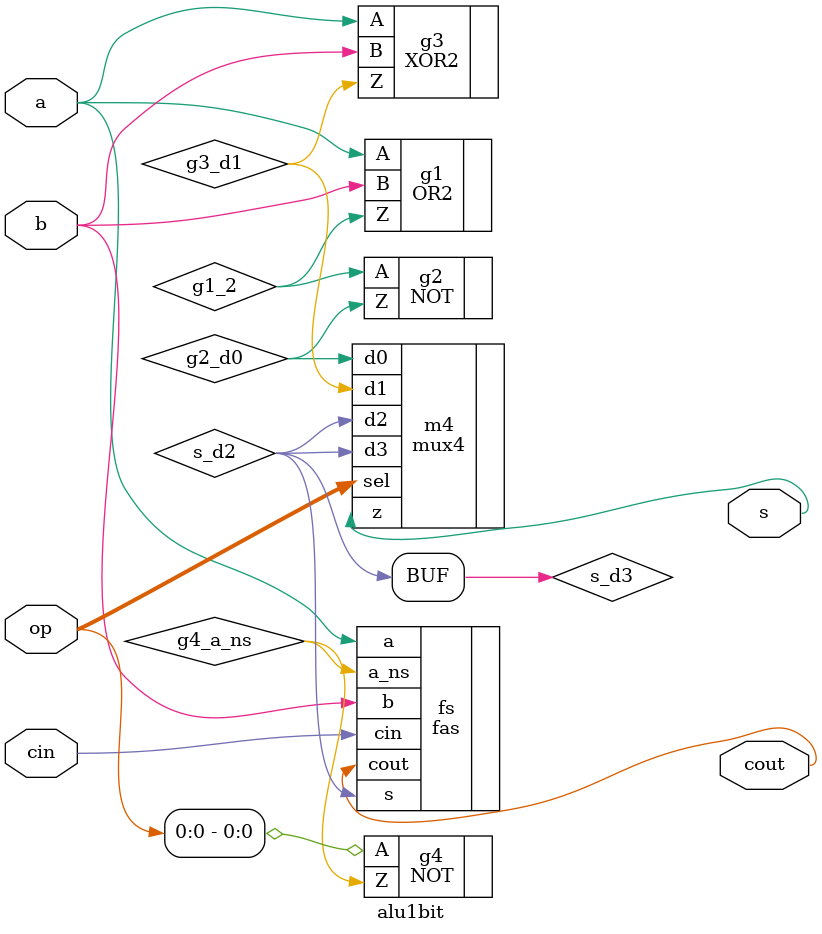
<source format=sv>
module alu1bit (
    input logic a,           // Input bit a
    input logic b,           // Input bit b
    input logic cin,         // Carry in
    input logic [1:0] op,    // Operation
    output logic s,          // Output S
    output logic cout        // Carry out
);

localparam OrTpdLh = 4;
localparam OrTpdHl = 4;
localparam NotTpdLh = 10;
localparam NotTpdHl = 8;
localparam XorTpdLh = 7;
localparam XorTpdHl = 5;

logic g1_2;
logic g2_d0;
logic g3_d1;
logic g4_a_ns;
logic s_d2;
logic s_d3 = s_d2;

fas fs(.a(a),.b(b),.cin(cin),.a_ns(g4_a_ns),.s(s_d2),.cout(cout));
mux4 m4(.d0(g2_d0),.d1(g3_d1),.d2(s_d2),.d3(s_d3),.sel(op),.z(s));

OR2 #(
    .Tpdlh(OrTpdLh),
    .Tpdhl(OrTpdHl)
) g1 (
    .A(a),
    .B(b),
    .Z(g1_2)
);

NOT #(
    .Tpdlh(NotTpdLh),
    .Tpdhl(NotTpdHl)
) g2 (
    .A(g1_2),
    .Z(g2_d0)
);

XOR2 #(
    .Tpdlh(XorTpdLh),
    .Tpdhl(XorTpdHl)
) g3 (
    .A(a),
    .B(b),
    .Z(g3_d1)
);

NOT #(
    .Tpdlh(NotTpdLh),
    .Tpdhl(NotTpdHl)
) g4 (
    .A(op[0]),
    .Z(g4_a_ns)
);

endmodule

</source>
